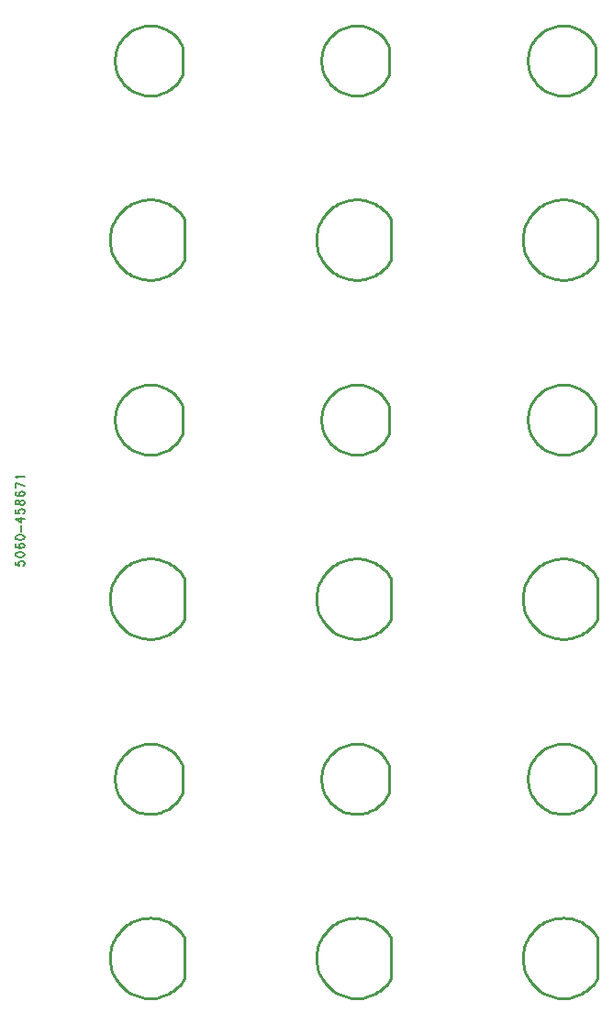
<source format=gto>
*
%FSLAX26Y26*%
%MOIN*%
%ADD10C,0.010000*%
%ADD11C,0.009840*%
%ADD12C,0.005906*%
%IPPOS*%
%LN5060-458671.gto*%
%LPD*%
G75*
G54D10*
X690210Y972340D02*
X686110Y981520D01*
X681310Y990340D01*
X675820Y998750D01*
X669690Y1006710D01*
X662950Y1014160D01*
X655650Y1021060D01*
X647830Y1027360D01*
X639530Y1033030D01*
X630810Y1038020D01*
X621730Y1042310D01*
X612340Y1045870D01*
X602690Y1048690D01*
X592860Y1050730D01*
X582890Y1052000D01*
X572860Y1052470D01*
X562820Y1052160D01*
X552830Y1051050D01*
X542960Y1049160D01*
X533280Y1046500D01*
X523830Y1043080D01*
X514680Y1038940D01*
X505890Y1034080D01*
X497500Y1028550D01*
X489580Y1022370D01*
X482170Y1015590D01*
X475310Y1008250D01*
X469050Y1000390D01*
X463440Y992060D01*
X458490Y983310D01*
X454250Y974210D01*
X450740Y964790D01*
X447990Y955130D01*
X446000Y945290D01*
X444790Y935310D01*
X444380Y925280D01*
X444750Y915240D01*
X445910Y905260D01*
X447860Y895400D01*
X450570Y885730D01*
X454040Y876300D01*
X458240Y867180D01*
X463150Y858410D01*
X468730Y850060D01*
X474950Y842170D01*
X481780Y834800D01*
X489160Y827980D01*
X497050Y821770D01*
X505410Y816210D01*
X514190Y811310D01*
X523320Y807120D01*
X532750Y803670D01*
X542430Y800970D01*
X552290Y799040D01*
X562270Y797890D01*
X572310Y797520D01*
X582340Y797960D01*
X592310Y799180D01*
X602160Y801180D01*
X611810Y803950D01*
X621220Y807470D01*
X630320Y811730D01*
X639060Y816680D01*
X647380Y822310D01*
X655230Y828580D01*
X662570Y835440D01*
X669340Y842870D01*
X675500Y850800D01*
X681020Y859190D01*
X685870Y867990D01*
X696850Y350000D02*
X691430Y358370D01*
X685450Y366360D01*
X678930Y373910D01*
X671910Y381010D01*
X664430Y387600D01*
X656510Y393670D01*
X648190Y399180D01*
X639520Y404110D01*
X630530Y408440D01*
X621270Y412140D01*
X611770Y415200D01*
X602090Y417600D01*
X592260Y419340D01*
X582340Y420400D01*
X572370Y420770D01*
X562400Y420470D01*
X552480Y419480D01*
X542640Y417820D01*
X532940Y415480D01*
X523420Y412490D01*
X514130Y408860D01*
X505110Y404600D01*
X496400Y399730D01*
X488050Y394280D01*
X480080Y388270D01*
X472550Y381720D01*
X465490Y374680D01*
X458920Y367170D01*
X452880Y359230D01*
X447390Y350900D01*
X442490Y342210D01*
X438200Y333200D01*
X434530Y323920D01*
X431510Y314420D01*
X429140Y304730D01*
X427440Y294890D01*
X426420Y284970D01*
X426080Y275000D01*
X426420Y265030D01*
X427440Y255100D01*
X429140Y245270D01*
X431510Y235580D01*
X434530Y226080D01*
X438200Y216800D01*
X442490Y207790D01*
X447390Y199100D01*
X452880Y190770D01*
X458920Y182830D01*
X465490Y175320D01*
X472550Y168280D01*
X480080Y161730D01*
X488050Y155720D01*
X496400Y150270D01*
X505110Y145400D01*
X514130Y141140D01*
X523420Y137510D01*
X532940Y134520D01*
X542640Y132180D01*
X552480Y130520D01*
X562400Y129530D01*
X572370Y129230D01*
X582340Y129600D01*
X592260Y130660D01*
X602090Y132400D01*
X611770Y134800D01*
X621270Y137860D01*
X630530Y141560D01*
X639520Y145890D01*
X648190Y150820D01*
X656510Y156330D01*
X664430Y162400D01*
X671910Y168990D01*
X678930Y176090D01*
X685450Y183640D01*
X691430Y191630D01*
X696850Y200000D01*
G54D11*
X685870Y867990D02*
X690210Y872330D01*
Y972340D01*
X696850Y200000D02*
Y350000D01*
G54D10*
X690210Y2276080D02*
X686110Y2285260D01*
X681310Y2294080D01*
X675820Y2302490D01*
X669690Y2310450D01*
X662950Y2317900D01*
X655650Y2324800D01*
X647830Y2331100D01*
X639530Y2336770D01*
X630810Y2341760D01*
X621730Y2346050D01*
X612340Y2349610D01*
X602690Y2352430D01*
X592860Y2354470D01*
X582890Y2355740D01*
X572860Y2356210D01*
X562820Y2355900D01*
X552830Y2354790D01*
X542960Y2352900D01*
X533280Y2350240D01*
X523830Y2346820D01*
X514680Y2342680D01*
X505890Y2337820D01*
X497500Y2332290D01*
X489580Y2326110D01*
X482170Y2319330D01*
X475310Y2311990D01*
X469050Y2304130D01*
X463440Y2295800D01*
X458490Y2287050D01*
X454250Y2277950D01*
X450740Y2268530D01*
X447990Y2258870D01*
X446000Y2249030D01*
X444790Y2239050D01*
X444380Y2229020D01*
X444750Y2218980D01*
X445910Y2209000D01*
X447860Y2199140D01*
X450570Y2189470D01*
X454040Y2180040D01*
X458240Y2170920D01*
X463150Y2162150D01*
X468730Y2153800D01*
X474950Y2145910D01*
X481780Y2138540D01*
X489160Y2131720D01*
X497050Y2125510D01*
X505410Y2119950D01*
X514190Y2115050D01*
X523320Y2110860D01*
X532750Y2107410D01*
X542430Y2104710D01*
X552290Y2102780D01*
X562270Y2101630D01*
X572310Y2101260D01*
X582340Y2101700D01*
X592310Y2102920D01*
X602160Y2104920D01*
X611810Y2107690D01*
X621220Y2111210D01*
X630320Y2115470D01*
X639060Y2120420D01*
X647380Y2126050D01*
X655230Y2132320D01*
X662570Y2139180D01*
X669340Y2146610D01*
X675500Y2154540D01*
X681020Y2162930D01*
X685870Y2171730D01*
X696850Y1653740D02*
X691430Y1662110D01*
X685450Y1670100D01*
X678930Y1677650D01*
X671910Y1684750D01*
X664430Y1691340D01*
X656510Y1697410D01*
X648190Y1702920D01*
X639520Y1707850D01*
X630530Y1712180D01*
X621270Y1715880D01*
X611770Y1718940D01*
X602090Y1721340D01*
X592260Y1723080D01*
X582340Y1724140D01*
X572370Y1724510D01*
X562400Y1724210D01*
X552480Y1723220D01*
X542640Y1721560D01*
X532940Y1719220D01*
X523420Y1716230D01*
X514130Y1712600D01*
X505110Y1708340D01*
X496400Y1703470D01*
X488050Y1698020D01*
X480080Y1692010D01*
X472550Y1685460D01*
X465490Y1678420D01*
X458920Y1670910D01*
X452880Y1662970D01*
X447390Y1654640D01*
X442490Y1645950D01*
X438200Y1636940D01*
X434530Y1627660D01*
X431510Y1618160D01*
X429140Y1608470D01*
X427440Y1598630D01*
X426420Y1588710D01*
X426080Y1578740D01*
X426420Y1568770D01*
X427440Y1558840D01*
X429140Y1549010D01*
X431510Y1539320D01*
X434530Y1529820D01*
X438200Y1520540D01*
X442490Y1511530D01*
X447390Y1502840D01*
X452880Y1494510D01*
X458920Y1486570D01*
X465490Y1479060D01*
X472550Y1472020D01*
X480080Y1465470D01*
X488050Y1459460D01*
X496400Y1454010D01*
X505110Y1449140D01*
X514130Y1444880D01*
X523420Y1441250D01*
X532940Y1438260D01*
X542640Y1435920D01*
X552480Y1434260D01*
X562400Y1433270D01*
X572370Y1432970D01*
X582340Y1433340D01*
X592260Y1434400D01*
X602090Y1436140D01*
X611770Y1438540D01*
X621270Y1441600D01*
X630530Y1445300D01*
X639520Y1449630D01*
X648190Y1454560D01*
X656510Y1460070D01*
X664430Y1466140D01*
X671910Y1472730D01*
X678930Y1479830D01*
X685450Y1487380D01*
X691430Y1495370D01*
X696850Y1503740D01*
G54D11*
X685870Y2171730D02*
X690210Y2176070D01*
Y2276080D01*
X696850Y1503740D02*
Y1653740D01*
G54D10*
X690210Y3579820D02*
X686110Y3589000D01*
X681310Y3597820D01*
X675820Y3606230D01*
X669690Y3614190D01*
X662950Y3621640D01*
X655650Y3628540D01*
X647830Y3634840D01*
X639530Y3640510D01*
X630810Y3645500D01*
X621730Y3649790D01*
X612340Y3653350D01*
X602690Y3656170D01*
X592860Y3658210D01*
X582890Y3659480D01*
X572860Y3659950D01*
X562820Y3659640D01*
X552830Y3658530D01*
X542960Y3656640D01*
X533280Y3653980D01*
X523830Y3650560D01*
X514680Y3646420D01*
X505890Y3641560D01*
X497500Y3636030D01*
X489580Y3629850D01*
X482170Y3623070D01*
X475310Y3615730D01*
X469050Y3607870D01*
X463440Y3599540D01*
X458490Y3590790D01*
X454250Y3581690D01*
X450740Y3572270D01*
X447990Y3562610D01*
X446000Y3552770D01*
X444790Y3542790D01*
X444380Y3532760D01*
X444750Y3522720D01*
X445910Y3512740D01*
X447860Y3502880D01*
X450570Y3493210D01*
X454040Y3483780D01*
X458240Y3474660D01*
X463150Y3465890D01*
X468730Y3457540D01*
X474950Y3449650D01*
X481780Y3442280D01*
X489160Y3435460D01*
X497050Y3429250D01*
X505410Y3423690D01*
X514190Y3418790D01*
X523320Y3414600D01*
X532750Y3411150D01*
X542430Y3408450D01*
X552290Y3406520D01*
X562270Y3405370D01*
X572310Y3405000D01*
X582340Y3405440D01*
X592310Y3406660D01*
X602160Y3408660D01*
X611810Y3411430D01*
X621220Y3414950D01*
X630320Y3419210D01*
X639060Y3424160D01*
X647380Y3429790D01*
X655230Y3436060D01*
X662570Y3442920D01*
X669340Y3450350D01*
X675500Y3458280D01*
X681020Y3466670D01*
X685870Y3475470D01*
X696850Y2957480D02*
X691430Y2965850D01*
X685450Y2973840D01*
X678930Y2981390D01*
X671910Y2988490D01*
X664430Y2995080D01*
X656510Y3001150D01*
X648190Y3006660D01*
X639520Y3011590D01*
X630530Y3015920D01*
X621270Y3019620D01*
X611770Y3022680D01*
X602090Y3025080D01*
X592260Y3026820D01*
X582340Y3027880D01*
X572370Y3028250D01*
X562400Y3027950D01*
X552480Y3026960D01*
X542640Y3025300D01*
X532940Y3022960D01*
X523420Y3019970D01*
X514130Y3016340D01*
X505110Y3012080D01*
X496400Y3007210D01*
X488050Y3001760D01*
X480080Y2995750D01*
X472550Y2989200D01*
X465490Y2982160D01*
X458920Y2974650D01*
X452880Y2966710D01*
X447390Y2958380D01*
X442490Y2949690D01*
X438200Y2940680D01*
X434530Y2931400D01*
X431510Y2921900D01*
X429140Y2912210D01*
X427440Y2902370D01*
X426420Y2892450D01*
X426080Y2882480D01*
X426420Y2872510D01*
X427440Y2862580D01*
X429140Y2852750D01*
X431510Y2843060D01*
X434530Y2833560D01*
X438200Y2824280D01*
X442490Y2815270D01*
X447390Y2806580D01*
X452880Y2798250D01*
X458920Y2790310D01*
X465490Y2782800D01*
X472550Y2775760D01*
X480080Y2769210D01*
X488050Y2763200D01*
X496400Y2757750D01*
X505110Y2752880D01*
X514130Y2748620D01*
X523420Y2744990D01*
X532940Y2742000D01*
X542640Y2739660D01*
X552480Y2738000D01*
X562400Y2737010D01*
X572370Y2736710D01*
X582340Y2737080D01*
X592260Y2738140D01*
X602090Y2739880D01*
X611770Y2742280D01*
X621270Y2745340D01*
X630530Y2749040D01*
X639520Y2753370D01*
X648190Y2758300D01*
X656510Y2763810D01*
X664430Y2769880D01*
X671910Y2776470D01*
X678930Y2783570D01*
X685450Y2791120D01*
X691430Y2799110D01*
X696850Y2807480D01*
G54D11*
X685870Y3475470D02*
X690210Y3479810D01*
Y3579820D01*
X696850Y2807480D02*
Y2957480D01*
G54D10*
X1440210Y972340D02*
X1436110Y981520D01*
X1431310Y990340D01*
X1425820Y998750D01*
X1419690Y1006710D01*
X1412950Y1014160D01*
X1405650Y1021060D01*
X1397830Y1027360D01*
X1389530Y1033030D01*
X1380810Y1038020D01*
X1371730Y1042310D01*
X1362340Y1045870D01*
X1352690Y1048690D01*
X1342860Y1050730D01*
X1332890Y1052000D01*
X1322860Y1052470D01*
X1312820Y1052160D01*
X1302830Y1051050D01*
X1292960Y1049160D01*
X1283280Y1046500D01*
X1273830Y1043080D01*
X1264680Y1038940D01*
X1255890Y1034080D01*
X1247500Y1028550D01*
X1239580Y1022370D01*
X1232170Y1015590D01*
X1225310Y1008250D01*
X1219050Y1000390D01*
X1213440Y992060D01*
X1208490Y983310D01*
X1204250Y974210D01*
X1200740Y964790D01*
X1197990Y955130D01*
X1196000Y945290D01*
X1194790Y935310D01*
X1194380Y925280D01*
X1194750Y915240D01*
X1195910Y905260D01*
X1197860Y895400D01*
X1200570Y885730D01*
X1204040Y876300D01*
X1208240Y867180D01*
X1213150Y858410D01*
X1218730Y850060D01*
X1224950Y842170D01*
X1231780Y834800D01*
X1239160Y827980D01*
X1247050Y821770D01*
X1255410Y816210D01*
X1264190Y811310D01*
X1273320Y807120D01*
X1282750Y803670D01*
X1292430Y800970D01*
X1302290Y799040D01*
X1312270Y797890D01*
X1322310Y797520D01*
X1332340Y797960D01*
X1342310Y799180D01*
X1352160Y801180D01*
X1361810Y803950D01*
X1371220Y807470D01*
X1380320Y811730D01*
X1389060Y816680D01*
X1397380Y822310D01*
X1405230Y828580D01*
X1412570Y835440D01*
X1419340Y842870D01*
X1425500Y850800D01*
X1431020Y859190D01*
X1435870Y867990D01*
X1446850Y350000D02*
X1441430Y358370D01*
X1435450Y366360D01*
X1428930Y373910D01*
X1421910Y381010D01*
X1414430Y387600D01*
X1406510Y393670D01*
X1398190Y399180D01*
X1389520Y404110D01*
X1380530Y408440D01*
X1371270Y412140D01*
X1361770Y415200D01*
X1352090Y417600D01*
X1342260Y419340D01*
X1332340Y420400D01*
X1322370Y420770D01*
X1312400Y420470D01*
X1302480Y419480D01*
X1292640Y417820D01*
X1282940Y415480D01*
X1273420Y412490D01*
X1264130Y408860D01*
X1255110Y404600D01*
X1246400Y399730D01*
X1238050Y394280D01*
X1230080Y388270D01*
X1222550Y381720D01*
X1215490Y374680D01*
X1208920Y367170D01*
X1202880Y359230D01*
X1197390Y350900D01*
X1192490Y342210D01*
X1188200Y333200D01*
X1184530Y323920D01*
X1181510Y314420D01*
X1179140Y304730D01*
X1177440Y294890D01*
X1176420Y284970D01*
X1176080Y275000D01*
X1176420Y265030D01*
X1177440Y255100D01*
X1179140Y245270D01*
X1181510Y235580D01*
X1184530Y226080D01*
X1188200Y216800D01*
X1192490Y207790D01*
X1197390Y199100D01*
X1202880Y190770D01*
X1208920Y182830D01*
X1215490Y175320D01*
X1222550Y168280D01*
X1230080Y161730D01*
X1238050Y155720D01*
X1246400Y150270D01*
X1255110Y145400D01*
X1264130Y141140D01*
X1273420Y137510D01*
X1282940Y134520D01*
X1292640Y132180D01*
X1302480Y130520D01*
X1312400Y129530D01*
X1322370Y129230D01*
X1332340Y129600D01*
X1342260Y130660D01*
X1352090Y132400D01*
X1361770Y134800D01*
X1371270Y137860D01*
X1380530Y141560D01*
X1389520Y145890D01*
X1398190Y150820D01*
X1406510Y156330D01*
X1414430Y162400D01*
X1421910Y168990D01*
X1428930Y176090D01*
X1435450Y183640D01*
X1441430Y191630D01*
X1446850Y200000D01*
G54D11*
X1435870Y867990D02*
X1440210Y872330D01*
Y972340D01*
X1446850Y200000D02*
Y350000D01*
G54D10*
X1440210Y2276080D02*
X1436110Y2285260D01*
X1431310Y2294080D01*
X1425820Y2302490D01*
X1419690Y2310450D01*
X1412950Y2317900D01*
X1405650Y2324800D01*
X1397830Y2331100D01*
X1389530Y2336770D01*
X1380810Y2341760D01*
X1371730Y2346050D01*
X1362340Y2349610D01*
X1352690Y2352430D01*
X1342860Y2354470D01*
X1332890Y2355740D01*
X1322860Y2356210D01*
X1312820Y2355900D01*
X1302830Y2354790D01*
X1292960Y2352900D01*
X1283280Y2350240D01*
X1273830Y2346820D01*
X1264680Y2342680D01*
X1255890Y2337820D01*
X1247500Y2332290D01*
X1239580Y2326110D01*
X1232170Y2319330D01*
X1225310Y2311990D01*
X1219050Y2304130D01*
X1213440Y2295800D01*
X1208490Y2287050D01*
X1204250Y2277950D01*
X1200740Y2268530D01*
X1197990Y2258870D01*
X1196000Y2249030D01*
X1194790Y2239050D01*
X1194380Y2229020D01*
X1194750Y2218980D01*
X1195910Y2209000D01*
X1197860Y2199140D01*
X1200570Y2189470D01*
X1204040Y2180040D01*
X1208240Y2170920D01*
X1213150Y2162150D01*
X1218730Y2153800D01*
X1224950Y2145910D01*
X1231780Y2138540D01*
X1239160Y2131720D01*
X1247050Y2125510D01*
X1255410Y2119950D01*
X1264190Y2115050D01*
X1273320Y2110860D01*
X1282750Y2107410D01*
X1292430Y2104710D01*
X1302290Y2102780D01*
X1312270Y2101630D01*
X1322310Y2101260D01*
X1332340Y2101700D01*
X1342310Y2102920D01*
X1352160Y2104920D01*
X1361810Y2107690D01*
X1371220Y2111210D01*
X1380320Y2115470D01*
X1389060Y2120420D01*
X1397380Y2126050D01*
X1405230Y2132320D01*
X1412570Y2139180D01*
X1419340Y2146610D01*
X1425500Y2154540D01*
X1431020Y2162930D01*
X1435870Y2171730D01*
X1446850Y1653740D02*
X1441430Y1662110D01*
X1435450Y1670100D01*
X1428930Y1677650D01*
X1421910Y1684750D01*
X1414430Y1691340D01*
X1406510Y1697410D01*
X1398190Y1702920D01*
X1389520Y1707850D01*
X1380530Y1712180D01*
X1371270Y1715880D01*
X1361770Y1718940D01*
X1352090Y1721340D01*
X1342260Y1723080D01*
X1332340Y1724140D01*
X1322370Y1724510D01*
X1312400Y1724210D01*
X1302480Y1723220D01*
X1292640Y1721560D01*
X1282940Y1719220D01*
X1273420Y1716230D01*
X1264130Y1712600D01*
X1255110Y1708340D01*
X1246400Y1703470D01*
X1238050Y1698020D01*
X1230080Y1692010D01*
X1222550Y1685460D01*
X1215490Y1678420D01*
X1208920Y1670910D01*
X1202880Y1662970D01*
X1197390Y1654640D01*
X1192490Y1645950D01*
X1188200Y1636940D01*
X1184530Y1627660D01*
X1181510Y1618160D01*
X1179140Y1608470D01*
X1177440Y1598630D01*
X1176420Y1588710D01*
X1176080Y1578740D01*
X1176420Y1568770D01*
X1177440Y1558840D01*
X1179140Y1549010D01*
X1181510Y1539320D01*
X1184530Y1529820D01*
X1188200Y1520540D01*
X1192490Y1511530D01*
X1197390Y1502840D01*
X1202880Y1494510D01*
X1208920Y1486570D01*
X1215490Y1479060D01*
X1222550Y1472020D01*
X1230080Y1465470D01*
X1238050Y1459460D01*
X1246400Y1454010D01*
X1255110Y1449140D01*
X1264130Y1444880D01*
X1273420Y1441250D01*
X1282940Y1438260D01*
X1292640Y1435920D01*
X1302480Y1434260D01*
X1312400Y1433270D01*
X1322370Y1432970D01*
X1332340Y1433340D01*
X1342260Y1434400D01*
X1352090Y1436140D01*
X1361770Y1438540D01*
X1371270Y1441600D01*
X1380530Y1445300D01*
X1389520Y1449630D01*
X1398190Y1454560D01*
X1406510Y1460070D01*
X1414430Y1466140D01*
X1421910Y1472730D01*
X1428930Y1479830D01*
X1435450Y1487380D01*
X1441430Y1495370D01*
X1446850Y1503740D01*
G54D11*
X1435870Y2171730D02*
X1440210Y2176070D01*
Y2276080D01*
X1446850Y1503740D02*
Y1653740D01*
G54D10*
X1440210Y3579820D02*
X1436110Y3589000D01*
X1431310Y3597820D01*
X1425820Y3606230D01*
X1419690Y3614190D01*
X1412950Y3621640D01*
X1405650Y3628540D01*
X1397830Y3634840D01*
X1389530Y3640510D01*
X1380810Y3645500D01*
X1371730Y3649790D01*
X1362340Y3653350D01*
X1352690Y3656170D01*
X1342860Y3658210D01*
X1332890Y3659480D01*
X1322860Y3659950D01*
X1312820Y3659640D01*
X1302830Y3658530D01*
X1292960Y3656640D01*
X1283280Y3653980D01*
X1273830Y3650560D01*
X1264680Y3646420D01*
X1255890Y3641560D01*
X1247500Y3636030D01*
X1239580Y3629850D01*
X1232170Y3623070D01*
X1225310Y3615730D01*
X1219050Y3607870D01*
X1213440Y3599540D01*
X1208490Y3590790D01*
X1204250Y3581690D01*
X1200740Y3572270D01*
X1197990Y3562610D01*
X1196000Y3552770D01*
X1194790Y3542790D01*
X1194380Y3532760D01*
X1194750Y3522720D01*
X1195910Y3512740D01*
X1197860Y3502880D01*
X1200570Y3493210D01*
X1204040Y3483780D01*
X1208240Y3474660D01*
X1213150Y3465890D01*
X1218730Y3457540D01*
X1224950Y3449650D01*
X1231780Y3442280D01*
X1239160Y3435460D01*
X1247050Y3429250D01*
X1255410Y3423690D01*
X1264190Y3418790D01*
X1273320Y3414600D01*
X1282750Y3411150D01*
X1292430Y3408450D01*
X1302290Y3406520D01*
X1312270Y3405370D01*
X1322310Y3405000D01*
X1332340Y3405440D01*
X1342310Y3406660D01*
X1352160Y3408660D01*
X1361810Y3411430D01*
X1371220Y3414950D01*
X1380320Y3419210D01*
X1389060Y3424160D01*
X1397380Y3429790D01*
X1405230Y3436060D01*
X1412570Y3442920D01*
X1419340Y3450350D01*
X1425500Y3458280D01*
X1431020Y3466670D01*
X1435870Y3475470D01*
X1446850Y2957480D02*
X1441430Y2965850D01*
X1435450Y2973840D01*
X1428930Y2981390D01*
X1421910Y2988490D01*
X1414430Y2995080D01*
X1406510Y3001150D01*
X1398190Y3006660D01*
X1389520Y3011590D01*
X1380530Y3015920D01*
X1371270Y3019620D01*
X1361770Y3022680D01*
X1352090Y3025080D01*
X1342260Y3026820D01*
X1332340Y3027880D01*
X1322370Y3028250D01*
X1312400Y3027950D01*
X1302480Y3026960D01*
X1292640Y3025300D01*
X1282940Y3022960D01*
X1273420Y3019970D01*
X1264130Y3016340D01*
X1255110Y3012080D01*
X1246400Y3007210D01*
X1238050Y3001760D01*
X1230080Y2995750D01*
X1222550Y2989200D01*
X1215490Y2982160D01*
X1208920Y2974650D01*
X1202880Y2966710D01*
X1197390Y2958380D01*
X1192490Y2949690D01*
X1188200Y2940680D01*
X1184530Y2931400D01*
X1181510Y2921900D01*
X1179140Y2912210D01*
X1177440Y2902370D01*
X1176420Y2892450D01*
X1176080Y2882480D01*
X1176420Y2872510D01*
X1177440Y2862580D01*
X1179140Y2852750D01*
X1181510Y2843060D01*
X1184530Y2833560D01*
X1188200Y2824280D01*
X1192490Y2815270D01*
X1197390Y2806580D01*
X1202880Y2798250D01*
X1208920Y2790310D01*
X1215490Y2782800D01*
X1222550Y2775760D01*
X1230080Y2769210D01*
X1238050Y2763200D01*
X1246400Y2757750D01*
X1255110Y2752880D01*
X1264130Y2748620D01*
X1273420Y2744990D01*
X1282940Y2742000D01*
X1292640Y2739660D01*
X1302480Y2738000D01*
X1312400Y2737010D01*
X1322370Y2736710D01*
X1332340Y2737080D01*
X1342260Y2738140D01*
X1352090Y2739880D01*
X1361770Y2742280D01*
X1371270Y2745340D01*
X1380530Y2749040D01*
X1389520Y2753370D01*
X1398190Y2758300D01*
X1406510Y2763810D01*
X1414430Y2769880D01*
X1421910Y2776470D01*
X1428930Y2783570D01*
X1435450Y2791120D01*
X1441430Y2799110D01*
X1446850Y2807480D01*
G54D11*
X1435870Y3475470D02*
X1440210Y3479810D01*
Y3579820D01*
X1446850Y2807480D02*
Y2957480D01*
G54D10*
X2190210Y972340D02*
X2186110Y981520D01*
X2181310Y990340D01*
X2175820Y998750D01*
X2169690Y1006710D01*
X2162950Y1014160D01*
X2155650Y1021060D01*
X2147830Y1027360D01*
X2139530Y1033030D01*
X2130810Y1038020D01*
X2121730Y1042310D01*
X2112340Y1045870D01*
X2102690Y1048690D01*
X2092860Y1050730D01*
X2082890Y1052000D01*
X2072860Y1052470D01*
X2062820Y1052160D01*
X2052830Y1051050D01*
X2042960Y1049160D01*
X2033280Y1046500D01*
X2023830Y1043080D01*
X2014680Y1038940D01*
X2005890Y1034080D01*
X1997500Y1028550D01*
X1989580Y1022370D01*
X1982170Y1015590D01*
X1975310Y1008250D01*
X1969050Y1000390D01*
X1963440Y992060D01*
X1958490Y983310D01*
X1954250Y974210D01*
X1950740Y964790D01*
X1947990Y955130D01*
X1946000Y945290D01*
X1944790Y935310D01*
X1944380Y925280D01*
X1944750Y915240D01*
X1945910Y905260D01*
X1947860Y895400D01*
X1950570Y885730D01*
X1954040Y876300D01*
X1958240Y867180D01*
X1963150Y858410D01*
X1968730Y850060D01*
X1974950Y842170D01*
X1981780Y834800D01*
X1989160Y827980D01*
X1997050Y821770D01*
X2005410Y816210D01*
X2014190Y811310D01*
X2023320Y807120D01*
X2032750Y803670D01*
X2042430Y800970D01*
X2052290Y799040D01*
X2062270Y797890D01*
X2072310Y797520D01*
X2082340Y797960D01*
X2092310Y799180D01*
X2102160Y801180D01*
X2111810Y803950D01*
X2121220Y807470D01*
X2130320Y811730D01*
X2139060Y816680D01*
X2147380Y822310D01*
X2155230Y828580D01*
X2162570Y835440D01*
X2169340Y842870D01*
X2175500Y850800D01*
X2181020Y859190D01*
X2185870Y867990D01*
X2196850Y350000D02*
X2191430Y358370D01*
X2185450Y366360D01*
X2178930Y373910D01*
X2171910Y381010D01*
X2164430Y387600D01*
X2156510Y393670D01*
X2148190Y399180D01*
X2139520Y404110D01*
X2130530Y408440D01*
X2121270Y412140D01*
X2111770Y415200D01*
X2102090Y417600D01*
X2092260Y419340D01*
X2082340Y420400D01*
X2072370Y420770D01*
X2062400Y420470D01*
X2052480Y419480D01*
X2042640Y417820D01*
X2032940Y415480D01*
X2023420Y412490D01*
X2014130Y408860D01*
X2005110Y404600D01*
X1996400Y399730D01*
X1988050Y394280D01*
X1980080Y388270D01*
X1972550Y381720D01*
X1965490Y374680D01*
X1958920Y367170D01*
X1952880Y359230D01*
X1947390Y350900D01*
X1942490Y342210D01*
X1938200Y333200D01*
X1934530Y323920D01*
X1931510Y314420D01*
X1929140Y304730D01*
X1927440Y294890D01*
X1926420Y284970D01*
X1926080Y275000D01*
X1926420Y265030D01*
X1927440Y255100D01*
X1929140Y245270D01*
X1931510Y235580D01*
X1934530Y226080D01*
X1938200Y216800D01*
X1942490Y207790D01*
X1947390Y199100D01*
X1952880Y190770D01*
X1958920Y182830D01*
X1965490Y175320D01*
X1972550Y168280D01*
X1980080Y161730D01*
X1988050Y155720D01*
X1996400Y150270D01*
X2005110Y145400D01*
X2014130Y141140D01*
X2023420Y137510D01*
X2032940Y134520D01*
X2042640Y132180D01*
X2052480Y130520D01*
X2062400Y129530D01*
X2072370Y129230D01*
X2082340Y129600D01*
X2092260Y130660D01*
X2102090Y132400D01*
X2111770Y134800D01*
X2121270Y137860D01*
X2130530Y141560D01*
X2139520Y145890D01*
X2148190Y150820D01*
X2156510Y156330D01*
X2164430Y162400D01*
X2171910Y168990D01*
X2178930Y176090D01*
X2185450Y183640D01*
X2191430Y191630D01*
X2196850Y200000D01*
G54D11*
X2185870Y867990D02*
X2190210Y872330D01*
Y972340D01*
X2196850Y200000D02*
Y350000D01*
G54D10*
X2190210Y2276080D02*
X2186110Y2285260D01*
X2181310Y2294080D01*
X2175820Y2302490D01*
X2169690Y2310450D01*
X2162950Y2317900D01*
X2155650Y2324800D01*
X2147830Y2331100D01*
X2139530Y2336770D01*
X2130810Y2341760D01*
X2121730Y2346050D01*
X2112340Y2349610D01*
X2102690Y2352430D01*
X2092860Y2354470D01*
X2082890Y2355740D01*
X2072860Y2356210D01*
X2062820Y2355900D01*
X2052830Y2354790D01*
X2042960Y2352900D01*
X2033280Y2350240D01*
X2023830Y2346820D01*
X2014680Y2342680D01*
X2005890Y2337820D01*
X1997500Y2332290D01*
X1989580Y2326110D01*
X1982170Y2319330D01*
X1975310Y2311990D01*
X1969050Y2304130D01*
X1963440Y2295800D01*
X1958490Y2287050D01*
X1954250Y2277950D01*
X1950740Y2268530D01*
X1947990Y2258870D01*
X1946000Y2249030D01*
X1944790Y2239050D01*
X1944380Y2229020D01*
X1944750Y2218980D01*
X1945910Y2209000D01*
X1947860Y2199140D01*
X1950570Y2189470D01*
X1954040Y2180040D01*
X1958240Y2170920D01*
X1963150Y2162150D01*
X1968730Y2153800D01*
X1974950Y2145910D01*
X1981780Y2138540D01*
X1989160Y2131720D01*
X1997050Y2125510D01*
X2005410Y2119950D01*
X2014190Y2115050D01*
X2023320Y2110860D01*
X2032750Y2107410D01*
X2042430Y2104710D01*
X2052290Y2102780D01*
X2062270Y2101630D01*
X2072310Y2101260D01*
X2082340Y2101700D01*
X2092310Y2102920D01*
X2102160Y2104920D01*
X2111810Y2107690D01*
X2121220Y2111210D01*
X2130320Y2115470D01*
X2139060Y2120420D01*
X2147380Y2126050D01*
X2155230Y2132320D01*
X2162570Y2139180D01*
X2169340Y2146610D01*
X2175500Y2154540D01*
X2181020Y2162930D01*
X2185870Y2171730D01*
X2196850Y1653740D02*
X2191430Y1662110D01*
X2185450Y1670100D01*
X2178930Y1677650D01*
X2171910Y1684750D01*
X2164430Y1691340D01*
X2156510Y1697410D01*
X2148190Y1702920D01*
X2139520Y1707850D01*
X2130530Y1712180D01*
X2121270Y1715880D01*
X2111770Y1718940D01*
X2102090Y1721340D01*
X2092260Y1723080D01*
X2082340Y1724140D01*
X2072370Y1724510D01*
X2062400Y1724210D01*
X2052480Y1723220D01*
X2042640Y1721560D01*
X2032940Y1719220D01*
X2023420Y1716230D01*
X2014130Y1712600D01*
X2005110Y1708340D01*
X1996400Y1703470D01*
X1988050Y1698020D01*
X1980080Y1692010D01*
X1972550Y1685460D01*
X1965490Y1678420D01*
X1958920Y1670910D01*
X1952880Y1662970D01*
X1947390Y1654640D01*
X1942490Y1645950D01*
X1938200Y1636940D01*
X1934530Y1627660D01*
X1931510Y1618160D01*
X1929140Y1608470D01*
X1927440Y1598630D01*
X1926420Y1588710D01*
X1926080Y1578740D01*
X1926420Y1568770D01*
X1927440Y1558840D01*
X1929140Y1549010D01*
X1931510Y1539320D01*
X1934530Y1529820D01*
X1938200Y1520540D01*
X1942490Y1511530D01*
X1947390Y1502840D01*
X1952880Y1494510D01*
X1958920Y1486570D01*
X1965490Y1479060D01*
X1972550Y1472020D01*
X1980080Y1465470D01*
X1988050Y1459460D01*
X1996400Y1454010D01*
X2005110Y1449140D01*
X2014130Y1444880D01*
X2023420Y1441250D01*
X2032940Y1438260D01*
X2042640Y1435920D01*
X2052480Y1434260D01*
X2062400Y1433270D01*
X2072370Y1432970D01*
X2082340Y1433340D01*
X2092260Y1434400D01*
X2102090Y1436140D01*
X2111770Y1438540D01*
X2121270Y1441600D01*
X2130530Y1445300D01*
X2139520Y1449630D01*
X2148190Y1454560D01*
X2156510Y1460070D01*
X2164430Y1466140D01*
X2171910Y1472730D01*
X2178930Y1479830D01*
X2185450Y1487380D01*
X2191430Y1495370D01*
X2196850Y1503740D01*
G54D11*
X2185870Y2171730D02*
X2190210Y2176070D01*
Y2276080D01*
X2196850Y1503740D02*
Y1653740D01*
G54D10*
X2190210Y3579820D02*
X2186110Y3589000D01*
X2181310Y3597820D01*
X2175820Y3606230D01*
X2169690Y3614190D01*
X2162950Y3621640D01*
X2155650Y3628540D01*
X2147830Y3634840D01*
X2139530Y3640510D01*
X2130810Y3645500D01*
X2121730Y3649790D01*
X2112340Y3653350D01*
X2102690Y3656170D01*
X2092860Y3658210D01*
X2082890Y3659480D01*
X2072860Y3659950D01*
X2062820Y3659640D01*
X2052830Y3658530D01*
X2042960Y3656640D01*
X2033280Y3653980D01*
X2023830Y3650560D01*
X2014680Y3646420D01*
X2005890Y3641560D01*
X1997500Y3636030D01*
X1989580Y3629850D01*
X1982170Y3623070D01*
X1975310Y3615730D01*
X1969050Y3607870D01*
X1963440Y3599540D01*
X1958490Y3590790D01*
X1954250Y3581690D01*
X1950740Y3572270D01*
X1947990Y3562610D01*
X1946000Y3552770D01*
X1944790Y3542790D01*
X1944380Y3532760D01*
X1944750Y3522720D01*
X1945910Y3512740D01*
X1947860Y3502880D01*
X1950570Y3493210D01*
X1954040Y3483780D01*
X1958240Y3474660D01*
X1963150Y3465890D01*
X1968730Y3457540D01*
X1974950Y3449650D01*
X1981780Y3442280D01*
X1989160Y3435460D01*
X1997050Y3429250D01*
X2005410Y3423690D01*
X2014190Y3418790D01*
X2023320Y3414600D01*
X2032750Y3411150D01*
X2042430Y3408450D01*
X2052290Y3406520D01*
X2062270Y3405370D01*
X2072310Y3405000D01*
X2082340Y3405440D01*
X2092310Y3406660D01*
X2102160Y3408660D01*
X2111810Y3411430D01*
X2121220Y3414950D01*
X2130320Y3419210D01*
X2139060Y3424160D01*
X2147380Y3429790D01*
X2155230Y3436060D01*
X2162570Y3442920D01*
X2169340Y3450350D01*
X2175500Y3458280D01*
X2181020Y3466670D01*
X2185870Y3475470D01*
X2196850Y2957480D02*
X2191430Y2965850D01*
X2185450Y2973840D01*
X2178930Y2981390D01*
X2171910Y2988490D01*
X2164430Y2995080D01*
X2156510Y3001150D01*
X2148190Y3006660D01*
X2139520Y3011590D01*
X2130530Y3015920D01*
X2121270Y3019620D01*
X2111770Y3022680D01*
X2102090Y3025080D01*
X2092260Y3026820D01*
X2082340Y3027880D01*
X2072370Y3028250D01*
X2062400Y3027950D01*
X2052480Y3026960D01*
X2042640Y3025300D01*
X2032940Y3022960D01*
X2023420Y3019970D01*
X2014130Y3016340D01*
X2005110Y3012080D01*
X1996400Y3007210D01*
X1988050Y3001760D01*
X1980080Y2995750D01*
X1972550Y2989200D01*
X1965490Y2982160D01*
X1958920Y2974650D01*
X1952880Y2966710D01*
X1947390Y2958380D01*
X1942490Y2949690D01*
X1938200Y2940680D01*
X1934530Y2931400D01*
X1931510Y2921900D01*
X1929140Y2912210D01*
X1927440Y2902370D01*
X1926420Y2892450D01*
X1926080Y2882480D01*
X1926420Y2872510D01*
X1927440Y2862580D01*
X1929140Y2852750D01*
X1931510Y2843060D01*
X1934530Y2833560D01*
X1938200Y2824280D01*
X1942490Y2815270D01*
X1947390Y2806580D01*
X1952880Y2798250D01*
X1958920Y2790310D01*
X1965490Y2782800D01*
X1972550Y2775760D01*
X1980080Y2769210D01*
X1988050Y2763200D01*
X1996400Y2757750D01*
X2005110Y2752880D01*
X2014130Y2748620D01*
X2023420Y2744990D01*
X2032940Y2742000D01*
X2042640Y2739660D01*
X2052480Y2738000D01*
X2062400Y2737010D01*
X2072370Y2736710D01*
X2082340Y2737080D01*
X2092260Y2738140D01*
X2102090Y2739880D01*
X2111770Y2742280D01*
X2121270Y2745340D01*
X2130530Y2749040D01*
X2139520Y2753370D01*
X2148190Y2758300D01*
X2156510Y2763810D01*
X2164430Y2769880D01*
X2171910Y2776470D01*
X2178930Y2783570D01*
X2185450Y2791120D01*
X2191430Y2799110D01*
X2196850Y2807480D01*
G54D11*
X2185870Y3475470D02*
X2190210Y3479810D01*
Y3579820D01*
X2196850Y2807480D02*
Y2957480D01*
G54D12*
X83030Y1713799D02*
Y1701613D01*
X97372Y1700395D01*
X95779Y1701613D01*
X94185Y1705269D01*
Y1708925D01*
X95779Y1712581D01*
X98966Y1715018D01*
X103746Y1716236D01*
X106933D01*
X111714Y1715018D01*
X114901Y1712581D01*
X116495Y1708925D01*
Y1705269D01*
X114901Y1701613D01*
X113308Y1700395D01*
X110120Y1699176D01*
X83030Y1737984D02*
X84624Y1734328D01*
X89404Y1731891D01*
X97372Y1730672D01*
X102153D01*
X110120Y1731891D01*
X114901Y1734328D01*
X116495Y1737984D01*
Y1740421D01*
X114901Y1744077D01*
X110120Y1746514D01*
X102153Y1747732D01*
X97372D01*
X89404Y1746514D01*
X84624Y1744077D01*
X83030Y1740421D01*
Y1737984D01*
X87811Y1778010D02*
X84624Y1776791D01*
X83030Y1773136D01*
Y1770698D01*
X84624Y1767043D01*
X89404Y1764605D01*
X97372Y1763387D01*
X105340D01*
X111714Y1764605D01*
X114901Y1767043D01*
X116495Y1770698D01*
Y1771917D01*
X114901Y1775573D01*
X111714Y1778010D01*
X106933Y1779229D01*
X105340D01*
X100559Y1778010D01*
X97372Y1775573D01*
X95779Y1771917D01*
Y1770698D01*
X97372Y1767043D01*
X100559Y1764605D01*
X105340Y1763387D01*
X83030Y1800976D02*
X84624Y1797320D01*
X89404Y1794883D01*
X97372Y1793664D01*
X102153D01*
X110120Y1794883D01*
X114901Y1797320D01*
X116495Y1800976D01*
Y1803413D01*
X114901Y1807069D01*
X110120Y1809506D01*
X102153Y1810725D01*
X97372D01*
X89404Y1809506D01*
X84624Y1807069D01*
X83030Y1803413D01*
Y1800976D01*
X102153Y1822723D02*
Y1844658D01*
X83030Y1868842D02*
X105340Y1856656D01*
Y1874935D01*
X83030Y1868842D02*
X116495D01*
X83030Y1902776D02*
Y1890590D01*
X97372Y1889371D01*
X95779Y1890590D01*
X94185Y1894245D01*
Y1897901D01*
X95779Y1901557D01*
X98966Y1903994D01*
X103746Y1905213D01*
X106933D01*
X111714Y1903994D01*
X114901Y1901557D01*
X116495Y1897901D01*
Y1894245D01*
X114901Y1890590D01*
X113308Y1889371D01*
X110120Y1888152D01*
X83030Y1925741D02*
X84624Y1922086D01*
X87811Y1920867D01*
X90998D01*
X94185Y1922086D01*
X95779Y1924523D01*
X97372Y1929397D01*
X98966Y1933053D01*
X102153Y1935490D01*
X105340Y1936709D01*
X110120D01*
X113308Y1935490D01*
X114901Y1934272D01*
X116495Y1930616D01*
Y1925741D01*
X114901Y1922086D01*
X113308Y1920867D01*
X110120Y1919648D01*
X105340D01*
X102153Y1920867D01*
X98966Y1923304D01*
X97372Y1926960D01*
X95779Y1931834D01*
X94185Y1934272D01*
X90998Y1935490D01*
X87811D01*
X84624Y1934272D01*
X83030Y1930616D01*
Y1925741D01*
X87811Y1966986D02*
X84624Y1965768D01*
X83030Y1962112D01*
Y1959675D01*
X84624Y1956019D01*
X89404Y1953582D01*
X97372Y1952363D01*
X105340D01*
X111714Y1953582D01*
X114901Y1956019D01*
X116495Y1959675D01*
Y1960893D01*
X114901Y1964549D01*
X111714Y1966986D01*
X106933Y1968205D01*
X105340D01*
X100559Y1966986D01*
X97372Y1964549D01*
X95779Y1960893D01*
Y1959675D01*
X97372Y1956019D01*
X100559Y1953582D01*
X105340Y1952363D01*
X83030Y1999701D02*
X116495Y1987515D01*
X83030Y1982641D02*
Y1999701D01*
X89404Y2017792D02*
X87811Y2020230D01*
X83030Y2023885D01*
X116495D01*
M02*

</source>
